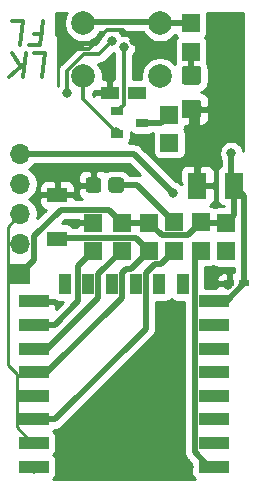
<source format=gbr>
G04 #@! TF.GenerationSoftware,KiCad,Pcbnew,(5.1.9)-1*
G04 #@! TF.CreationDate,2021-03-01T14:14:47+01:00*
G04 #@! TF.ProjectId,button timer v1.2.1_Coin_Cell,62757474-6f6e-4207-9469-6d6572207631,rev?*
G04 #@! TF.SameCoordinates,Original*
G04 #@! TF.FileFunction,Copper,L1,Top*
G04 #@! TF.FilePolarity,Positive*
%FSLAX46Y46*%
G04 Gerber Fmt 4.6, Leading zero omitted, Abs format (unit mm)*
G04 Created by KiCad (PCBNEW (5.1.9)-1) date 2021-03-01 14:14:47*
%MOMM*%
%LPD*%
G01*
G04 APERTURE LIST*
G04 #@! TA.AperFunction,NonConductor*
%ADD10C,0.300000*%
G04 #@! TD*
G04 #@! TA.AperFunction,SMDPad,CuDef*
%ADD11R,2.500000X1.000000*%
G04 #@! TD*
G04 #@! TA.AperFunction,SMDPad,CuDef*
%ADD12R,1.000000X1.800000*%
G04 #@! TD*
G04 #@! TA.AperFunction,SMDPad,CuDef*
%ADD13R,1.000000X0.800000*%
G04 #@! TD*
G04 #@! TA.AperFunction,SMDPad,CuDef*
%ADD14R,1.650000X2.250000*%
G04 #@! TD*
G04 #@! TA.AperFunction,SMDPad,CuDef*
%ADD15R,0.900000X0.620000*%
G04 #@! TD*
G04 #@! TA.AperFunction,SMDPad,CuDef*
%ADD16R,1.500000X1.100000*%
G04 #@! TD*
G04 #@! TA.AperFunction,SMDPad,CuDef*
%ADD17R,1.500000X1.500000*%
G04 #@! TD*
G04 #@! TA.AperFunction,SMDPad,CuDef*
%ADD18R,1.700000X1.300000*%
G04 #@! TD*
G04 #@! TA.AperFunction,ComponentPad*
%ADD19C,2.000000*%
G04 #@! TD*
G04 #@! TA.AperFunction,ComponentPad*
%ADD20O,1.700000X1.700000*%
G04 #@! TD*
G04 #@! TA.AperFunction,ComponentPad*
%ADD21R,1.700000X1.700000*%
G04 #@! TD*
G04 #@! TA.AperFunction,ViaPad*
%ADD22C,0.800000*%
G04 #@! TD*
G04 #@! TA.AperFunction,Conductor*
%ADD23C,0.500000*%
G04 #@! TD*
G04 #@! TA.AperFunction,Conductor*
%ADD24C,0.350000*%
G04 #@! TD*
G04 #@! TA.AperFunction,Conductor*
%ADD25C,0.250000*%
G04 #@! TD*
G04 #@! TA.AperFunction,Conductor*
%ADD26C,0.254000*%
G04 #@! TD*
G04 #@! TA.AperFunction,Conductor*
%ADD27C,0.150000*%
G04 #@! TD*
G04 APERTURE END LIST*
D10*
X118105922Y-58670238D02*
X119058303Y-58670238D01*
X118808303Y-60670238D01*
X117439255Y-58670238D02*
X117189255Y-60670238D01*
X116296398Y-58670238D02*
X117010684Y-59813095D01*
X116046398Y-60670238D02*
X117332113Y-59527380D01*
X118092827Y-57017857D02*
X118759494Y-57017857D01*
X118890446Y-55970238D02*
X118640446Y-57970238D01*
X117688065Y-57970238D01*
X116223779Y-55970238D02*
X117176160Y-55970238D01*
X116926160Y-57970238D01*
D11*
G04 #@! TO.P,X1,22*
G04 #@! TO.N,/TX*
X118130000Y-93670000D03*
G04 #@! TO.P,X1,21*
G04 #@! TO.N,/RX*
X118130000Y-91670000D03*
G04 #@! TO.P,X1,20*
G04 #@! TO.N,/GPIO5*
X118130000Y-89670000D03*
G04 #@! TO.P,X1,19*
G04 #@! TO.N,/GPIO4*
X118130000Y-87670000D03*
G04 #@! TO.P,X1,18*
G04 #@! TO.N,/GPIO0*
X118130000Y-85670000D03*
G04 #@! TO.P,X1,17*
G04 #@! TO.N,/GPIO2*
X118130000Y-83670000D03*
G04 #@! TO.P,X1,16*
G04 #@! TO.N,/GPIO15*
X118130000Y-81670000D03*
G04 #@! TO.P,X1,15*
G04 #@! TO.N,/GND*
X118130000Y-79670000D03*
D12*
G04 #@! TO.P,X1,14*
G04 #@! TO.N,N/C*
X120730000Y-78170000D03*
G04 #@! TO.P,X1,13*
X122730000Y-78170000D03*
G04 #@! TO.P,X1,12*
X124730000Y-78170000D03*
G04 #@! TO.P,X1,11*
X126730000Y-78170000D03*
G04 #@! TO.P,X1,10*
X128730000Y-78170000D03*
G04 #@! TO.P,X1,9*
X130730000Y-78170000D03*
D11*
G04 #@! TO.P,X1,8*
G04 #@! TO.N,/VCC*
X133330000Y-79670000D03*
G04 #@! TO.P,X1,7*
G04 #@! TO.N,N/C*
X133330000Y-81670000D03*
G04 #@! TO.P,X1,6*
X133330000Y-83670000D03*
G04 #@! TO.P,X1,5*
X133330000Y-85670000D03*
G04 #@! TO.P,X1,4*
X133330000Y-87670000D03*
G04 #@! TO.P,X1,3*
G04 #@! TO.N,/EN*
X133330000Y-89670000D03*
G04 #@! TO.P,X1,2*
G04 #@! TO.N,N/C*
X133330000Y-91670000D03*
G04 #@! TO.P,X1,1*
G04 #@! TO.N,/RST*
X133330000Y-93670000D03*
G04 #@! TD*
D13*
G04 #@! TO.P,Q1,3*
G04 #@! TO.N,Net-(L1-Pad1)*
X127260000Y-64530000D03*
G04 #@! TO.P,Q1,2*
G04 #@! TO.N,Net-(BT1-Pad1)*
X125160000Y-65480000D03*
G04 #@! TO.P,Q1,1*
G04 #@! TO.N,Net-(Q1-Pad1)*
X125160000Y-63580000D03*
G04 #@! TD*
G04 #@! TO.P,D1,2*
G04 #@! TO.N,Net-(D1-Pad2)*
G04 #@! TA.AperFunction,SMDPad,CuDef*
G36*
G01*
X132025000Y-61335000D02*
X130875000Y-61335000D01*
G75*
G02*
X130625000Y-61085000I0J250000D01*
G01*
X130625000Y-59985000D01*
G75*
G02*
X130875000Y-59735000I250000J0D01*
G01*
X132025000Y-59735000D01*
G75*
G02*
X132275000Y-59985000I0J-250000D01*
G01*
X132275000Y-61085000D01*
G75*
G02*
X132025000Y-61335000I-250000J0D01*
G01*
G37*
G04 #@! TD.AperFunction*
G04 #@! TO.P,D1,1*
G04 #@! TO.N,/GND*
G04 #@! TA.AperFunction,SMDPad,CuDef*
G36*
G01*
X132025000Y-64185000D02*
X130875000Y-64185000D01*
G75*
G02*
X130625000Y-63935000I0J250000D01*
G01*
X130625000Y-62835000D01*
G75*
G02*
X130875000Y-62585000I250000J0D01*
G01*
X132025000Y-62585000D01*
G75*
G02*
X132275000Y-62835000I0J-250000D01*
G01*
X132275000Y-63935000D01*
G75*
G02*
X132025000Y-64185000I-250000J0D01*
G01*
G37*
G04 #@! TD.AperFunction*
G04 #@! TD*
D14*
G04 #@! TO.P,C6,2*
G04 #@! TO.N,/GND*
X131958080Y-69865240D03*
G04 #@! TO.P,C6,1*
G04 #@! TO.N,/VCC*
X135058080Y-69865240D03*
G04 #@! TD*
G04 #@! TO.P,D2,2*
G04 #@! TO.N,Net-(D2-Pad2)*
G04 #@! TA.AperFunction,SMDPad,CuDef*
G36*
G01*
X124420000Y-70230001D02*
X124420000Y-69429999D01*
G75*
G02*
X124669999Y-69180000I249999J0D01*
G01*
X125495001Y-69180000D01*
G75*
G02*
X125745000Y-69429999I0J-249999D01*
G01*
X125745000Y-70230001D01*
G75*
G02*
X125495001Y-70480000I-249999J0D01*
G01*
X124669999Y-70480000D01*
G75*
G02*
X124420000Y-70230001I0J249999D01*
G01*
G37*
G04 #@! TD.AperFunction*
G04 #@! TO.P,D2,1*
G04 #@! TO.N,/GND*
G04 #@! TA.AperFunction,SMDPad,CuDef*
G36*
G01*
X122495000Y-70230001D02*
X122495000Y-69429999D01*
G75*
G02*
X122744999Y-69180000I249999J0D01*
G01*
X123570001Y-69180000D01*
G75*
G02*
X123820000Y-69429999I0J-249999D01*
G01*
X123820000Y-70230001D01*
G75*
G02*
X123570001Y-70480000I-249999J0D01*
G01*
X122744999Y-70480000D01*
G75*
G02*
X122495000Y-70230001I0J249999D01*
G01*
G37*
G04 #@! TD.AperFunction*
G04 #@! TD*
D15*
G04 #@! TO.P,C7,2*
G04 #@! TO.N,/GND*
X134640560Y-78155800D03*
G04 #@! TO.P,C7,1*
G04 #@! TO.N,/VCC*
X135940560Y-78155800D03*
G04 #@! TD*
D16*
G04 #@! TO.P,C5,2*
G04 #@! TO.N,Net-(BT1-Pad1)*
X126840000Y-62010000D03*
G04 #@! TO.P,C5,1*
G04 #@! TO.N,/GND*
X124540000Y-62010000D03*
G04 #@! TD*
D17*
G04 #@! TO.P,R9,2*
G04 #@! TO.N,/GPIO5*
X130000000Y-75375000D03*
G04 #@! TO.P,R9,1*
G04 #@! TO.N,Net-(D2-Pad2)*
X130000000Y-72975000D03*
G04 #@! TD*
G04 #@! TO.P,R7,2*
G04 #@! TO.N,Net-(L1-Pad1)*
X129590000Y-63850000D03*
G04 #@! TO.P,R7,1*
G04 #@! TO.N,Net-(R7-Pad1)*
X129590000Y-66250000D03*
G04 #@! TD*
G04 #@! TO.P,R6,2*
G04 #@! TO.N,Net-(R6-Pad2)*
X131410000Y-56120000D03*
G04 #@! TO.P,R6,1*
G04 #@! TO.N,Net-(D1-Pad2)*
X131410000Y-58520000D03*
G04 #@! TD*
G04 #@! TO.P,R5,2*
G04 #@! TO.N,/GPIO15*
X123125000Y-75425000D03*
G04 #@! TO.P,R5,1*
G04 #@! TO.N,/GND*
X123125000Y-73025000D03*
G04 #@! TD*
G04 #@! TO.P,R4,2*
G04 #@! TO.N,/GPIO0*
X127850000Y-75400000D03*
G04 #@! TO.P,R4,1*
G04 #@! TO.N,/VCC*
X127850000Y-73000000D03*
G04 #@! TD*
G04 #@! TO.P,R3,2*
G04 #@! TO.N,/RST*
X132257800Y-75368000D03*
G04 #@! TO.P,R3,1*
G04 #@! TO.N,/VCC*
X132257800Y-72968000D03*
G04 #@! TD*
G04 #@! TO.P,R2,2*
G04 #@! TO.N,/GPIO2*
X125550000Y-75400000D03*
G04 #@! TO.P,R2,1*
G04 #@! TO.N,/VCC*
X125550000Y-73000000D03*
G04 #@! TD*
G04 #@! TO.P,R1,2*
G04 #@! TO.N,/EN*
X134416800Y-75418800D03*
G04 #@! TO.P,R1,1*
G04 #@! TO.N,/VCC*
X134416800Y-73018800D03*
G04 #@! TD*
D18*
G04 #@! TO.P,SW2,2*
G04 #@! TO.N,/GND*
X120070000Y-70660000D03*
G04 #@! TO.P,SW2,1*
G04 #@! TO.N,/GPIO0*
X120070000Y-74360000D03*
G04 #@! TD*
D19*
G04 #@! TO.P,SW1,1*
G04 #@! TO.N,Net-(BT1-Pad1)*
X122300000Y-60600000D03*
G04 #@! TO.P,SW1,2*
G04 #@! TO.N,Net-(R6-Pad2)*
X122300000Y-56100000D03*
G04 #@! TO.P,SW1,1*
G04 #@! TO.N,Net-(BT1-Pad1)*
X128800000Y-60600000D03*
G04 #@! TO.P,SW1,2*
G04 #@! TO.N,Net-(R6-Pad2)*
X128800000Y-56100000D03*
G04 #@! TD*
D20*
G04 #@! TO.P,J1,5*
G04 #@! TO.N,/RST*
X116960000Y-67190000D03*
G04 #@! TO.P,J1,4*
G04 #@! TO.N,/TX*
X116960000Y-69730000D03*
G04 #@! TO.P,J1,3*
G04 #@! TO.N,/RX*
X116960000Y-72270000D03*
G04 #@! TO.P,J1,2*
G04 #@! TO.N,/GND*
X116960000Y-74810000D03*
D21*
G04 #@! TO.P,J1,1*
G04 #@! TO.N,/VCC*
X116960000Y-77350000D03*
G04 #@! TD*
D22*
G04 #@! TO.N,/VCC*
X134825000Y-67125000D03*
G04 #@! TO.N,/GND*
X120475000Y-58275000D03*
X124600000Y-62025000D03*
X132000000Y-63425000D03*
X118925000Y-79675000D03*
X117350000Y-79650000D03*
X123150000Y-69925000D03*
X119950000Y-70775000D03*
X123325000Y-73100000D03*
X131230000Y-93670000D03*
X124510000Y-93940000D03*
X125830000Y-94000000D03*
X127100000Y-93950000D03*
X127080000Y-92700000D03*
X125830000Y-92710000D03*
X124530000Y-92730000D03*
X131900080Y-69400000D03*
X134575000Y-78275000D03*
X126600000Y-57660000D03*
G04 #@! TO.N,/RST*
X129875000Y-70500000D03*
X132575000Y-75050000D03*
X133330000Y-93670000D03*
G04 #@! TO.N,/TX*
X118125000Y-93825000D03*
G04 #@! TO.N,/EN*
X134350000Y-75550000D03*
X133437500Y-89737500D03*
G04 #@! TO.N,Net-(BT1-Pad1)*
X125075000Y-65300000D03*
X127040000Y-62010000D03*
G04 #@! TO.N,/GPIO4*
X118075000Y-87700000D03*
X124700000Y-57660000D03*
X120949999Y-62025001D03*
G04 #@! TO.N,Net-(R7-Pad1)*
X129500000Y-66100000D03*
G04 #@! TO.N,Net-(L1-Pad1)*
X129590000Y-63850000D03*
G04 #@! TO.N,Net-(Q1-Pad1)*
X125730189Y-58125202D03*
G04 #@! TD*
D23*
G04 #@! TO.N,/VCC*
X134825000Y-69632160D02*
X135058080Y-69865240D01*
X134825000Y-67125000D02*
X134825000Y-69632160D01*
X135058080Y-72377520D02*
X134416800Y-73018800D01*
X135058080Y-69865240D02*
X135058080Y-72377520D01*
X132308600Y-73018800D02*
X132257800Y-72968000D01*
X134416800Y-73018800D02*
X132308600Y-73018800D01*
X135940560Y-70747720D02*
X135940560Y-78155800D01*
X135058080Y-69865240D02*
X135940560Y-70747720D01*
X134426360Y-79670000D02*
X133330000Y-79670000D01*
X135940560Y-78155800D02*
X134426360Y-79670000D01*
X128925001Y-74075001D02*
X127850000Y-73000000D01*
X131150799Y-74075001D02*
X128925001Y-74075001D01*
X132257800Y-72968000D02*
X131150799Y-74075001D01*
X127850000Y-73000000D02*
X125550000Y-73000000D01*
X124474999Y-71924999D02*
X125550000Y-73000000D01*
X120374999Y-71924999D02*
X124474999Y-71924999D01*
X118160001Y-74139997D02*
X120374999Y-71924999D01*
X118160001Y-76149999D02*
X118160001Y-74139997D01*
X116960000Y-77350000D02*
X118160001Y-76149999D01*
G04 #@! TO.N,/GND*
X131900080Y-63524920D02*
X132000000Y-63425000D01*
X131900080Y-69400000D02*
X131900080Y-63524920D01*
D24*
X120475000Y-58275000D02*
X122775000Y-58275000D01*
X122775000Y-58275000D02*
X124325000Y-56725000D01*
X125665000Y-56725000D02*
X126600000Y-57660000D01*
X124325000Y-56725000D02*
X125665000Y-56725000D01*
D23*
G04 #@! TO.N,/RST*
X132949998Y-93670000D02*
X133330000Y-93670000D01*
X131729999Y-92450001D02*
X132949998Y-93670000D01*
X131729999Y-75895801D02*
X131729999Y-92450001D01*
X132257800Y-75368000D02*
X131729999Y-75895801D01*
X116960000Y-67190000D02*
X126565000Y-67190000D01*
X126565000Y-67190000D02*
X129875000Y-70500000D01*
X129875000Y-70500000D02*
X129875000Y-70500000D01*
X133330000Y-93670000D02*
X133330000Y-93670000D01*
D25*
G04 #@! TO.N,/RX*
X117974998Y-91670000D02*
X118130000Y-91670000D01*
X116654999Y-90350001D02*
X117974998Y-91670000D01*
X116654999Y-85853699D02*
X116654999Y-90350001D01*
X115884999Y-85083699D02*
X116654999Y-85853699D01*
X115884999Y-73345001D02*
X115884999Y-85083699D01*
X116960000Y-72270000D02*
X115884999Y-73345001D01*
D23*
G04 #@! TO.N,/GPIO2*
X125526800Y-75368000D02*
X125526800Y-75673200D01*
X119260002Y-83670000D02*
X118130000Y-83670000D01*
X123580001Y-79350001D02*
X119260002Y-83670000D01*
X123580001Y-77369999D02*
X123580001Y-79350001D01*
X125550000Y-75400000D02*
X123580001Y-77369999D01*
G04 #@! TO.N,/GPIO0*
X119260002Y-85670000D02*
X118130000Y-85670000D01*
X125580001Y-79350001D02*
X119260002Y-85670000D01*
X125580001Y-77289997D02*
X125580001Y-79350001D01*
X125949999Y-76919999D02*
X125580001Y-77289997D01*
X126330001Y-76919999D02*
X125949999Y-76919999D01*
X127850000Y-75400000D02*
X126330001Y-76919999D01*
X120130001Y-74299999D02*
X120070000Y-74360000D01*
X126749999Y-74299999D02*
X120130001Y-74299999D01*
X127850000Y-75400000D02*
X126749999Y-74299999D01*
D24*
G04 #@! TO.N,Net-(BT1-Pad1)*
X122300000Y-62525000D02*
X125075000Y-65300000D01*
X122300000Y-60600000D02*
X122300000Y-62525000D01*
D23*
G04 #@! TO.N,/GPIO15*
X119880000Y-81670000D02*
X118130000Y-81670000D01*
X121879999Y-79670001D02*
X119880000Y-81670000D01*
X121879999Y-76670001D02*
X121879999Y-79670001D01*
X123125000Y-75425000D02*
X121879999Y-76670001D01*
D24*
G04 #@! TO.N,/GPIO4*
X120949999Y-62025001D02*
X120949999Y-60136411D01*
X120949999Y-60136411D02*
X122361399Y-58725011D01*
X122361399Y-58725011D02*
X123634989Y-58725011D01*
X123634989Y-58725011D02*
X124700000Y-57660000D01*
D23*
G04 #@! TO.N,Net-(D2-Pad2)*
X126855000Y-69830000D02*
X125082500Y-69830000D01*
X130000000Y-72975000D02*
X126855000Y-69830000D01*
G04 #@! TO.N,/GPIO5*
X119880000Y-89670000D02*
X118130000Y-89670000D01*
X127580001Y-81969999D02*
X119880000Y-89670000D01*
X128369997Y-76500001D02*
X127580001Y-77289997D01*
X127580001Y-77289997D02*
X127580001Y-81969999D01*
X128874999Y-76500001D02*
X128369997Y-76500001D01*
X130000000Y-75375000D02*
X128874999Y-76500001D01*
G04 #@! TO.N,Net-(D1-Pad2)*
X131410000Y-60495000D02*
X131450000Y-60535000D01*
X131410000Y-58520000D02*
X131410000Y-60495000D01*
G04 #@! TO.N,Net-(R6-Pad2)*
X128910000Y-56120000D02*
X128800000Y-56010000D01*
X131410000Y-56120000D02*
X128910000Y-56120000D01*
X128800000Y-56010000D02*
X122300000Y-56010000D01*
G04 #@! TO.N,Net-(L1-Pad1)*
X128910000Y-64530000D02*
X129590000Y-63850000D01*
X127260000Y-64530000D02*
X128910000Y-64530000D01*
X129590000Y-63850000D02*
X129590000Y-63850000D01*
D24*
G04 #@! TO.N,Net-(Q1-Pad1)*
X125730189Y-63009811D02*
X125730189Y-58690887D01*
X125160000Y-63580000D02*
X125730189Y-63009811D01*
X125730189Y-58690887D02*
X125730189Y-58125202D01*
G04 #@! TD*
D26*
G04 #@! TO.N,/GND*
X129778815Y-79521185D02*
X129875506Y-79600537D01*
X129985820Y-79659502D01*
X130105518Y-79695812D01*
X130230000Y-79708072D01*
X130844999Y-79708072D01*
X130845000Y-92406522D01*
X130840718Y-92450001D01*
X130857804Y-92623491D01*
X130908411Y-92790314D01*
X130990589Y-92944060D01*
X131073467Y-93045047D01*
X131073470Y-93045050D01*
X131101183Y-93078818D01*
X131134950Y-93106530D01*
X131441928Y-93413508D01*
X131441928Y-94170000D01*
X131454188Y-94294482D01*
X131490498Y-94414180D01*
X131549463Y-94524494D01*
X131628815Y-94621185D01*
X131713620Y-94690783D01*
X119759420Y-94680081D01*
X119831185Y-94621185D01*
X119910537Y-94524494D01*
X119969502Y-94414180D01*
X120005812Y-94294482D01*
X120018072Y-94170000D01*
X120018072Y-93170000D01*
X120005812Y-93045518D01*
X119969502Y-92925820D01*
X119910537Y-92815506D01*
X119831185Y-92718815D01*
X119771704Y-92670000D01*
X119831185Y-92621185D01*
X119910537Y-92524494D01*
X119969502Y-92414180D01*
X120005812Y-92294482D01*
X120018072Y-92170000D01*
X120018072Y-91170000D01*
X120005812Y-91045518D01*
X119969502Y-90925820D01*
X119910537Y-90815506D01*
X119831185Y-90718815D01*
X119771704Y-90670000D01*
X119831185Y-90621185D01*
X119882163Y-90559068D01*
X119923469Y-90555000D01*
X119923477Y-90555000D01*
X120053490Y-90542195D01*
X120220313Y-90491589D01*
X120374059Y-90409411D01*
X120508817Y-90298817D01*
X120536534Y-90265044D01*
X128175050Y-82626529D01*
X128208818Y-82598816D01*
X128244778Y-82555000D01*
X128319412Y-82464058D01*
X128348621Y-82409411D01*
X128401590Y-82310312D01*
X128452196Y-82143489D01*
X128465001Y-82013476D01*
X128465001Y-82013468D01*
X128469282Y-81969999D01*
X128465001Y-81926530D01*
X128465001Y-79708072D01*
X129230000Y-79708072D01*
X129354482Y-79695812D01*
X129474180Y-79659502D01*
X129584494Y-79600537D01*
X129681185Y-79521185D01*
X129730000Y-79461704D01*
X129778815Y-79521185D01*
G04 #@! TA.AperFunction,Conductor*
D27*
G36*
X129778815Y-79521185D02*
G01*
X129875506Y-79600537D01*
X129985820Y-79659502D01*
X130105518Y-79695812D01*
X130230000Y-79708072D01*
X130844999Y-79708072D01*
X130845000Y-92406522D01*
X130840718Y-92450001D01*
X130857804Y-92623491D01*
X130908411Y-92790314D01*
X130990589Y-92944060D01*
X131073467Y-93045047D01*
X131073470Y-93045050D01*
X131101183Y-93078818D01*
X131134950Y-93106530D01*
X131441928Y-93413508D01*
X131441928Y-94170000D01*
X131454188Y-94294482D01*
X131490498Y-94414180D01*
X131549463Y-94524494D01*
X131628815Y-94621185D01*
X131713620Y-94690783D01*
X119759420Y-94680081D01*
X119831185Y-94621185D01*
X119910537Y-94524494D01*
X119969502Y-94414180D01*
X120005812Y-94294482D01*
X120018072Y-94170000D01*
X120018072Y-93170000D01*
X120005812Y-93045518D01*
X119969502Y-92925820D01*
X119910537Y-92815506D01*
X119831185Y-92718815D01*
X119771704Y-92670000D01*
X119831185Y-92621185D01*
X119910537Y-92524494D01*
X119969502Y-92414180D01*
X120005812Y-92294482D01*
X120018072Y-92170000D01*
X120018072Y-91170000D01*
X120005812Y-91045518D01*
X119969502Y-90925820D01*
X119910537Y-90815506D01*
X119831185Y-90718815D01*
X119771704Y-90670000D01*
X119831185Y-90621185D01*
X119882163Y-90559068D01*
X119923469Y-90555000D01*
X119923477Y-90555000D01*
X120053490Y-90542195D01*
X120220313Y-90491589D01*
X120374059Y-90409411D01*
X120508817Y-90298817D01*
X120536534Y-90265044D01*
X128175050Y-82626529D01*
X128208818Y-82598816D01*
X128244778Y-82555000D01*
X128319412Y-82464058D01*
X128348621Y-82409411D01*
X128401590Y-82310312D01*
X128452196Y-82143489D01*
X128465001Y-82013476D01*
X128465001Y-82013468D01*
X128469282Y-81969999D01*
X128465001Y-81926530D01*
X128465001Y-79708072D01*
X129230000Y-79708072D01*
X129354482Y-79695812D01*
X129474180Y-79659502D01*
X129584494Y-79600537D01*
X129681185Y-79521185D01*
X129730000Y-79461704D01*
X129778815Y-79521185D01*
G37*
G04 #@! TD.AperFunction*
D26*
X118257000Y-79543000D02*
X119805397Y-79543000D01*
X119875506Y-79600537D01*
X119985820Y-79659502D01*
X120105518Y-79695812D01*
X120230000Y-79708072D01*
X120590349Y-79708072D01*
X120006017Y-80292405D01*
X120018072Y-80170000D01*
X120015000Y-79955750D01*
X119856250Y-79797000D01*
X118257000Y-79797000D01*
X118257000Y-79817000D01*
X118003000Y-79817000D01*
X118003000Y-79797000D01*
X117983000Y-79797000D01*
X117983000Y-79543000D01*
X118003000Y-79543000D01*
X118003000Y-79523000D01*
X118257000Y-79523000D01*
X118257000Y-79543000D01*
G04 #@! TA.AperFunction,Conductor*
D27*
G36*
X118257000Y-79543000D02*
G01*
X119805397Y-79543000D01*
X119875506Y-79600537D01*
X119985820Y-79659502D01*
X120105518Y-79695812D01*
X120230000Y-79708072D01*
X120590349Y-79708072D01*
X120006017Y-80292405D01*
X120018072Y-80170000D01*
X120015000Y-79955750D01*
X119856250Y-79797000D01*
X118257000Y-79797000D01*
X118257000Y-79817000D01*
X118003000Y-79817000D01*
X118003000Y-79797000D01*
X117983000Y-79797000D01*
X117983000Y-79543000D01*
X118003000Y-79543000D01*
X118003000Y-79523000D01*
X118257000Y-79523000D01*
X118257000Y-79543000D01*
G37*
G04 #@! TD.AperFunction*
D26*
X133312306Y-76699337D02*
X133422620Y-76758302D01*
X133542318Y-76794612D01*
X133666800Y-76806872D01*
X135055561Y-76806872D01*
X135055561Y-77208383D01*
X134926310Y-77210800D01*
X134767560Y-77369550D01*
X134767560Y-78028800D01*
X134787560Y-78028800D01*
X134787560Y-78057221D01*
X134541982Y-78302800D01*
X134513560Y-78302800D01*
X134513560Y-78282800D01*
X133714310Y-78282800D01*
X133555560Y-78441550D01*
X133552488Y-78465800D01*
X133559001Y-78531928D01*
X132614999Y-78531928D01*
X132614999Y-77845800D01*
X133552488Y-77845800D01*
X133555560Y-77870050D01*
X133714310Y-78028800D01*
X134513560Y-78028800D01*
X134513560Y-77369550D01*
X134354810Y-77210800D01*
X134190560Y-77207728D01*
X134066078Y-77219988D01*
X133946380Y-77256298D01*
X133836066Y-77315263D01*
X133739375Y-77394615D01*
X133660023Y-77491306D01*
X133601058Y-77601620D01*
X133564748Y-77721318D01*
X133552488Y-77845800D01*
X132614999Y-77845800D01*
X132614999Y-76756072D01*
X133007800Y-76756072D01*
X133132282Y-76743812D01*
X133251980Y-76707502D01*
X133294537Y-76684754D01*
X133312306Y-76699337D01*
G04 #@! TA.AperFunction,Conductor*
D27*
G36*
X133312306Y-76699337D02*
G01*
X133422620Y-76758302D01*
X133542318Y-76794612D01*
X133666800Y-76806872D01*
X135055561Y-76806872D01*
X135055561Y-77208383D01*
X134926310Y-77210800D01*
X134767560Y-77369550D01*
X134767560Y-78028800D01*
X134787560Y-78028800D01*
X134787560Y-78057221D01*
X134541982Y-78302800D01*
X134513560Y-78302800D01*
X134513560Y-78282800D01*
X133714310Y-78282800D01*
X133555560Y-78441550D01*
X133552488Y-78465800D01*
X133559001Y-78531928D01*
X132614999Y-78531928D01*
X132614999Y-77845800D01*
X133552488Y-77845800D01*
X133555560Y-77870050D01*
X133714310Y-78028800D01*
X134513560Y-78028800D01*
X134513560Y-77369550D01*
X134354810Y-77210800D01*
X134190560Y-77207728D01*
X134066078Y-77219988D01*
X133946380Y-77256298D01*
X133836066Y-77315263D01*
X133739375Y-77394615D01*
X133660023Y-77491306D01*
X133601058Y-77601620D01*
X133564748Y-77721318D01*
X133552488Y-77845800D01*
X132614999Y-77845800D01*
X132614999Y-76756072D01*
X133007800Y-76756072D01*
X133132282Y-76743812D01*
X133251980Y-76707502D01*
X133294537Y-76684754D01*
X133312306Y-76699337D01*
G37*
G04 #@! TD.AperFunction*
D26*
X117087000Y-74683000D02*
X117107000Y-74683000D01*
X117107000Y-74937000D01*
X117087000Y-74937000D01*
X117087000Y-74957000D01*
X116833000Y-74957000D01*
X116833000Y-74937000D01*
X116813000Y-74937000D01*
X116813000Y-74683000D01*
X116833000Y-74683000D01*
X116833000Y-74663000D01*
X117087000Y-74663000D01*
X117087000Y-74683000D01*
G04 #@! TA.AperFunction,Conductor*
D27*
G36*
X117087000Y-74683000D02*
G01*
X117107000Y-74683000D01*
X117107000Y-74937000D01*
X117087000Y-74937000D01*
X117087000Y-74957000D01*
X116833000Y-74957000D01*
X116833000Y-74937000D01*
X116813000Y-74937000D01*
X116813000Y-74683000D01*
X116833000Y-74683000D01*
X116833000Y-74663000D01*
X117087000Y-74663000D01*
X117087000Y-74683000D01*
G37*
G04 #@! TD.AperFunction*
D26*
X121898750Y-72898000D02*
X122998000Y-72898000D01*
X122998000Y-72878000D01*
X123252000Y-72878000D01*
X123252000Y-72898000D01*
X123272000Y-72898000D01*
X123272000Y-73152000D01*
X123252000Y-73152000D01*
X123252000Y-73172000D01*
X122998000Y-73172000D01*
X122998000Y-73152000D01*
X121898750Y-73152000D01*
X121740000Y-73310750D01*
X121739310Y-73414999D01*
X121482337Y-73414999D01*
X121450537Y-73355506D01*
X121371185Y-73258815D01*
X121274494Y-73179463D01*
X121164180Y-73120498D01*
X121044482Y-73084188D01*
X120920000Y-73071928D01*
X120479649Y-73071928D01*
X120741578Y-72809999D01*
X121810749Y-72809999D01*
X121898750Y-72898000D01*
G04 #@! TA.AperFunction,Conductor*
D27*
G36*
X121898750Y-72898000D02*
G01*
X122998000Y-72898000D01*
X122998000Y-72878000D01*
X123252000Y-72878000D01*
X123252000Y-72898000D01*
X123272000Y-72898000D01*
X123272000Y-73152000D01*
X123252000Y-73152000D01*
X123252000Y-73172000D01*
X122998000Y-73172000D01*
X122998000Y-73152000D01*
X121898750Y-73152000D01*
X121740000Y-73310750D01*
X121739310Y-73414999D01*
X121482337Y-73414999D01*
X121450537Y-73355506D01*
X121371185Y-73258815D01*
X121274494Y-73179463D01*
X121164180Y-73120498D01*
X121044482Y-73084188D01*
X120920000Y-73071928D01*
X120479649Y-73071928D01*
X120741578Y-72809999D01*
X121810749Y-72809999D01*
X121898750Y-72898000D01*
G37*
G04 #@! TD.AperFunction*
D26*
X127104191Y-68980769D02*
X127028490Y-68957805D01*
X126898477Y-68945000D01*
X126898469Y-68945000D01*
X126855000Y-68940719D01*
X126811531Y-68945000D01*
X126237888Y-68945000D01*
X126233405Y-68936613D01*
X126122962Y-68802038D01*
X125988387Y-68691595D01*
X125834851Y-68609528D01*
X125668255Y-68558992D01*
X125495001Y-68541928D01*
X124669999Y-68541928D01*
X124496745Y-68558992D01*
X124330149Y-68609528D01*
X124206419Y-68675663D01*
X124174494Y-68649463D01*
X124064180Y-68590498D01*
X123944482Y-68554188D01*
X123820000Y-68541928D01*
X123443250Y-68545000D01*
X123284500Y-68703750D01*
X123284500Y-69703000D01*
X123304500Y-69703000D01*
X123304500Y-69957000D01*
X123284500Y-69957000D01*
X123284500Y-69977000D01*
X123030500Y-69977000D01*
X123030500Y-69957000D01*
X122018750Y-69957000D01*
X121860000Y-70115750D01*
X121856928Y-70480000D01*
X121869188Y-70604482D01*
X121905498Y-70724180D01*
X121964463Y-70834494D01*
X122043815Y-70931185D01*
X122140506Y-71010537D01*
X122195625Y-71039999D01*
X121555795Y-71039999D01*
X121555000Y-70945750D01*
X121396250Y-70787000D01*
X120197000Y-70787000D01*
X120197000Y-70807000D01*
X119943000Y-70807000D01*
X119943000Y-70787000D01*
X118743750Y-70787000D01*
X118585000Y-70945750D01*
X118581928Y-71310000D01*
X118594188Y-71434482D01*
X118630498Y-71554180D01*
X118689463Y-71664494D01*
X118768815Y-71761185D01*
X118865506Y-71840537D01*
X118975820Y-71899502D01*
X119095518Y-71935812D01*
X119111075Y-71937344D01*
X118398527Y-72649892D01*
X118445000Y-72416260D01*
X118445000Y-72123740D01*
X118387932Y-71836842D01*
X118275990Y-71566589D01*
X118113475Y-71323368D01*
X117906632Y-71116525D01*
X117732240Y-71000000D01*
X117906632Y-70883475D01*
X118113475Y-70676632D01*
X118275990Y-70433411D01*
X118387932Y-70163158D01*
X118418397Y-70010000D01*
X118581928Y-70010000D01*
X118585000Y-70374250D01*
X118743750Y-70533000D01*
X119943000Y-70533000D01*
X119943000Y-69533750D01*
X120197000Y-69533750D01*
X120197000Y-70533000D01*
X121396250Y-70533000D01*
X121555000Y-70374250D01*
X121558072Y-70010000D01*
X121545812Y-69885518D01*
X121509502Y-69765820D01*
X121450537Y-69655506D01*
X121371185Y-69558815D01*
X121274494Y-69479463D01*
X121164180Y-69420498D01*
X121044482Y-69384188D01*
X120920000Y-69371928D01*
X120355750Y-69375000D01*
X120197000Y-69533750D01*
X119943000Y-69533750D01*
X119784250Y-69375000D01*
X119220000Y-69371928D01*
X119095518Y-69384188D01*
X118975820Y-69420498D01*
X118865506Y-69479463D01*
X118768815Y-69558815D01*
X118689463Y-69655506D01*
X118630498Y-69765820D01*
X118594188Y-69885518D01*
X118581928Y-70010000D01*
X118418397Y-70010000D01*
X118445000Y-69876260D01*
X118445000Y-69583740D01*
X118387932Y-69296842D01*
X118339535Y-69180000D01*
X121856928Y-69180000D01*
X121860000Y-69544250D01*
X122018750Y-69703000D01*
X123030500Y-69703000D01*
X123030500Y-68703750D01*
X122871750Y-68545000D01*
X122495000Y-68541928D01*
X122370518Y-68554188D01*
X122250820Y-68590498D01*
X122140506Y-68649463D01*
X122043815Y-68728815D01*
X121964463Y-68825506D01*
X121905498Y-68935820D01*
X121869188Y-69055518D01*
X121856928Y-69180000D01*
X118339535Y-69180000D01*
X118275990Y-69026589D01*
X118113475Y-68783368D01*
X117906632Y-68576525D01*
X117732240Y-68460000D01*
X117906632Y-68343475D01*
X118113475Y-68136632D01*
X118154656Y-68075000D01*
X126198422Y-68075000D01*
X127104191Y-68980769D01*
G04 #@! TA.AperFunction,Conductor*
D27*
G36*
X127104191Y-68980769D02*
G01*
X127028490Y-68957805D01*
X126898477Y-68945000D01*
X126898469Y-68945000D01*
X126855000Y-68940719D01*
X126811531Y-68945000D01*
X126237888Y-68945000D01*
X126233405Y-68936613D01*
X126122962Y-68802038D01*
X125988387Y-68691595D01*
X125834851Y-68609528D01*
X125668255Y-68558992D01*
X125495001Y-68541928D01*
X124669999Y-68541928D01*
X124496745Y-68558992D01*
X124330149Y-68609528D01*
X124206419Y-68675663D01*
X124174494Y-68649463D01*
X124064180Y-68590498D01*
X123944482Y-68554188D01*
X123820000Y-68541928D01*
X123443250Y-68545000D01*
X123284500Y-68703750D01*
X123284500Y-69703000D01*
X123304500Y-69703000D01*
X123304500Y-69957000D01*
X123284500Y-69957000D01*
X123284500Y-69977000D01*
X123030500Y-69977000D01*
X123030500Y-69957000D01*
X122018750Y-69957000D01*
X121860000Y-70115750D01*
X121856928Y-70480000D01*
X121869188Y-70604482D01*
X121905498Y-70724180D01*
X121964463Y-70834494D01*
X122043815Y-70931185D01*
X122140506Y-71010537D01*
X122195625Y-71039999D01*
X121555795Y-71039999D01*
X121555000Y-70945750D01*
X121396250Y-70787000D01*
X120197000Y-70787000D01*
X120197000Y-70807000D01*
X119943000Y-70807000D01*
X119943000Y-70787000D01*
X118743750Y-70787000D01*
X118585000Y-70945750D01*
X118581928Y-71310000D01*
X118594188Y-71434482D01*
X118630498Y-71554180D01*
X118689463Y-71664494D01*
X118768815Y-71761185D01*
X118865506Y-71840537D01*
X118975820Y-71899502D01*
X119095518Y-71935812D01*
X119111075Y-71937344D01*
X118398527Y-72649892D01*
X118445000Y-72416260D01*
X118445000Y-72123740D01*
X118387932Y-71836842D01*
X118275990Y-71566589D01*
X118113475Y-71323368D01*
X117906632Y-71116525D01*
X117732240Y-71000000D01*
X117906632Y-70883475D01*
X118113475Y-70676632D01*
X118275990Y-70433411D01*
X118387932Y-70163158D01*
X118418397Y-70010000D01*
X118581928Y-70010000D01*
X118585000Y-70374250D01*
X118743750Y-70533000D01*
X119943000Y-70533000D01*
X119943000Y-69533750D01*
X120197000Y-69533750D01*
X120197000Y-70533000D01*
X121396250Y-70533000D01*
X121555000Y-70374250D01*
X121558072Y-70010000D01*
X121545812Y-69885518D01*
X121509502Y-69765820D01*
X121450537Y-69655506D01*
X121371185Y-69558815D01*
X121274494Y-69479463D01*
X121164180Y-69420498D01*
X121044482Y-69384188D01*
X120920000Y-69371928D01*
X120355750Y-69375000D01*
X120197000Y-69533750D01*
X119943000Y-69533750D01*
X119784250Y-69375000D01*
X119220000Y-69371928D01*
X119095518Y-69384188D01*
X118975820Y-69420498D01*
X118865506Y-69479463D01*
X118768815Y-69558815D01*
X118689463Y-69655506D01*
X118630498Y-69765820D01*
X118594188Y-69885518D01*
X118581928Y-70010000D01*
X118418397Y-70010000D01*
X118445000Y-69876260D01*
X118445000Y-69583740D01*
X118387932Y-69296842D01*
X118339535Y-69180000D01*
X121856928Y-69180000D01*
X121860000Y-69544250D01*
X122018750Y-69703000D01*
X123030500Y-69703000D01*
X123030500Y-68703750D01*
X122871750Y-68545000D01*
X122495000Y-68541928D01*
X122370518Y-68554188D01*
X122250820Y-68590498D01*
X122140506Y-68649463D01*
X122043815Y-68728815D01*
X121964463Y-68825506D01*
X121905498Y-68935820D01*
X121869188Y-69055518D01*
X121856928Y-69180000D01*
X118339535Y-69180000D01*
X118275990Y-69026589D01*
X118113475Y-68783368D01*
X117906632Y-68576525D01*
X117732240Y-68460000D01*
X117906632Y-68343475D01*
X118113475Y-68136632D01*
X118154656Y-68075000D01*
X126198422Y-68075000D01*
X127104191Y-68980769D01*
G37*
G04 #@! TD.AperFunction*
D26*
X135840001Y-66922516D02*
X135820226Y-66823102D01*
X135742205Y-66634744D01*
X135628937Y-66465226D01*
X135484774Y-66321063D01*
X135315256Y-66207795D01*
X135126898Y-66129774D01*
X134926939Y-66090000D01*
X134723061Y-66090000D01*
X134523102Y-66129774D01*
X134334744Y-66207795D01*
X134165226Y-66321063D01*
X134021063Y-66465226D01*
X133907795Y-66634744D01*
X133829774Y-66823102D01*
X133790000Y-67023061D01*
X133790000Y-67226939D01*
X133829774Y-67426898D01*
X133907795Y-67615256D01*
X133940000Y-67663455D01*
X133940000Y-68176876D01*
X133878586Y-68209703D01*
X133781895Y-68289055D01*
X133702543Y-68385746D01*
X133643578Y-68496060D01*
X133607268Y-68615758D01*
X133595008Y-68740240D01*
X133595008Y-70990240D01*
X133607268Y-71114722D01*
X133643578Y-71234420D01*
X133702543Y-71344734D01*
X133781895Y-71441425D01*
X133878586Y-71520777D01*
X133988900Y-71579742D01*
X134108598Y-71616052D01*
X134173081Y-71622403D01*
X134173081Y-71630728D01*
X133666800Y-71630728D01*
X133542318Y-71642988D01*
X133422620Y-71679298D01*
X133380063Y-71702046D01*
X133362294Y-71687463D01*
X133251980Y-71628498D01*
X133132282Y-71592188D01*
X133022028Y-71581329D01*
X133027260Y-71579742D01*
X133137574Y-71520777D01*
X133234265Y-71441425D01*
X133313617Y-71344734D01*
X133372582Y-71234420D01*
X133408892Y-71114722D01*
X133421152Y-70990240D01*
X133418080Y-70150990D01*
X133259330Y-69992240D01*
X132085080Y-69992240D01*
X132085080Y-70012240D01*
X131831080Y-70012240D01*
X131831080Y-69992240D01*
X131811080Y-69992240D01*
X131811080Y-69738240D01*
X131831080Y-69738240D01*
X131831080Y-68263990D01*
X132085080Y-68263990D01*
X132085080Y-69738240D01*
X133259330Y-69738240D01*
X133418080Y-69579490D01*
X133421152Y-68740240D01*
X133408892Y-68615758D01*
X133372582Y-68496060D01*
X133313617Y-68385746D01*
X133234265Y-68289055D01*
X133137574Y-68209703D01*
X133027260Y-68150738D01*
X132907562Y-68114428D01*
X132783080Y-68102168D01*
X132243830Y-68105240D01*
X132085080Y-68263990D01*
X131831080Y-68263990D01*
X131672330Y-68105240D01*
X131133080Y-68102168D01*
X131008598Y-68114428D01*
X130888900Y-68150738D01*
X130778586Y-68209703D01*
X130681895Y-68289055D01*
X130602543Y-68385746D01*
X130543578Y-68496060D01*
X130507268Y-68615758D01*
X130495008Y-68740240D01*
X130498080Y-69579490D01*
X130656828Y-69738238D01*
X130576949Y-69738238D01*
X130534774Y-69696063D01*
X130365256Y-69582795D01*
X130176898Y-69504774D01*
X130120044Y-69493465D01*
X127221534Y-66594956D01*
X127193817Y-66561183D01*
X127059059Y-66450589D01*
X126905313Y-66368411D01*
X126738490Y-66317805D01*
X126608477Y-66305000D01*
X126608469Y-66305000D01*
X126565000Y-66300719D01*
X126521531Y-66305000D01*
X126132674Y-66305000D01*
X126190537Y-66234494D01*
X126249502Y-66124180D01*
X126285812Y-66004482D01*
X126298072Y-65880000D01*
X126298072Y-65368095D01*
X126308815Y-65381185D01*
X126405506Y-65460537D01*
X126515820Y-65519502D01*
X126635518Y-65555812D01*
X126760000Y-65568072D01*
X127760000Y-65568072D01*
X127884482Y-65555812D01*
X128004180Y-65519502D01*
X128114494Y-65460537D01*
X128169981Y-65415000D01*
X128210299Y-65415000D01*
X128201928Y-65500000D01*
X128201928Y-67000000D01*
X128214188Y-67124482D01*
X128250498Y-67244180D01*
X128309463Y-67354494D01*
X128388815Y-67451185D01*
X128485506Y-67530537D01*
X128595820Y-67589502D01*
X128715518Y-67625812D01*
X128840000Y-67638072D01*
X130340000Y-67638072D01*
X130464482Y-67625812D01*
X130584180Y-67589502D01*
X130694494Y-67530537D01*
X130791185Y-67451185D01*
X130870537Y-67354494D01*
X130929502Y-67244180D01*
X130965812Y-67124482D01*
X130978072Y-67000000D01*
X130978072Y-65500000D01*
X130965812Y-65375518D01*
X130929502Y-65255820D01*
X130870537Y-65145506D01*
X130792158Y-65050000D01*
X130870537Y-64954494D01*
X130929502Y-64844180D01*
X130936443Y-64821298D01*
X131164250Y-64820000D01*
X131323000Y-64661250D01*
X131323000Y-63512000D01*
X131577000Y-63512000D01*
X131577000Y-64661250D01*
X131735750Y-64820000D01*
X132275000Y-64823072D01*
X132399482Y-64810812D01*
X132519180Y-64774502D01*
X132629494Y-64715537D01*
X132726185Y-64636185D01*
X132805537Y-64539494D01*
X132864502Y-64429180D01*
X132900812Y-64309482D01*
X132913072Y-64185000D01*
X132910000Y-63670750D01*
X132751250Y-63512000D01*
X131577000Y-63512000D01*
X131323000Y-63512000D01*
X131303000Y-63512000D01*
X131303000Y-63258000D01*
X131323000Y-63258000D01*
X131323000Y-63238000D01*
X131577000Y-63238000D01*
X131577000Y-63258000D01*
X132751250Y-63258000D01*
X132910000Y-63099250D01*
X132913072Y-62585000D01*
X132900812Y-62460518D01*
X132864502Y-62340820D01*
X132805537Y-62230506D01*
X132726185Y-62133815D01*
X132629494Y-62054463D01*
X132519180Y-61995498D01*
X132399482Y-61959188D01*
X132275000Y-61946928D01*
X132227291Y-61947200D01*
X132364850Y-61905472D01*
X132518386Y-61823405D01*
X132652962Y-61712962D01*
X132763405Y-61578386D01*
X132845472Y-61424850D01*
X132896008Y-61258254D01*
X132913072Y-61085000D01*
X132913072Y-59985000D01*
X132896008Y-59811746D01*
X132845472Y-59645150D01*
X132763405Y-59491614D01*
X132758252Y-59485335D01*
X132785812Y-59394482D01*
X132798072Y-59270000D01*
X132798072Y-57770000D01*
X132785812Y-57645518D01*
X132749502Y-57525820D01*
X132690537Y-57415506D01*
X132612158Y-57320000D01*
X132690537Y-57224494D01*
X132749502Y-57114180D01*
X132785812Y-56994482D01*
X132798072Y-56870000D01*
X132798072Y-55370000D01*
X132785812Y-55245518D01*
X132781560Y-55231500D01*
X135840000Y-55231500D01*
X135840001Y-66922516D01*
G04 #@! TA.AperFunction,Conductor*
D27*
G36*
X135840001Y-66922516D02*
G01*
X135820226Y-66823102D01*
X135742205Y-66634744D01*
X135628937Y-66465226D01*
X135484774Y-66321063D01*
X135315256Y-66207795D01*
X135126898Y-66129774D01*
X134926939Y-66090000D01*
X134723061Y-66090000D01*
X134523102Y-66129774D01*
X134334744Y-66207795D01*
X134165226Y-66321063D01*
X134021063Y-66465226D01*
X133907795Y-66634744D01*
X133829774Y-66823102D01*
X133790000Y-67023061D01*
X133790000Y-67226939D01*
X133829774Y-67426898D01*
X133907795Y-67615256D01*
X133940000Y-67663455D01*
X133940000Y-68176876D01*
X133878586Y-68209703D01*
X133781895Y-68289055D01*
X133702543Y-68385746D01*
X133643578Y-68496060D01*
X133607268Y-68615758D01*
X133595008Y-68740240D01*
X133595008Y-70990240D01*
X133607268Y-71114722D01*
X133643578Y-71234420D01*
X133702543Y-71344734D01*
X133781895Y-71441425D01*
X133878586Y-71520777D01*
X133988900Y-71579742D01*
X134108598Y-71616052D01*
X134173081Y-71622403D01*
X134173081Y-71630728D01*
X133666800Y-71630728D01*
X133542318Y-71642988D01*
X133422620Y-71679298D01*
X133380063Y-71702046D01*
X133362294Y-71687463D01*
X133251980Y-71628498D01*
X133132282Y-71592188D01*
X133022028Y-71581329D01*
X133027260Y-71579742D01*
X133137574Y-71520777D01*
X133234265Y-71441425D01*
X133313617Y-71344734D01*
X133372582Y-71234420D01*
X133408892Y-71114722D01*
X133421152Y-70990240D01*
X133418080Y-70150990D01*
X133259330Y-69992240D01*
X132085080Y-69992240D01*
X132085080Y-70012240D01*
X131831080Y-70012240D01*
X131831080Y-69992240D01*
X131811080Y-69992240D01*
X131811080Y-69738240D01*
X131831080Y-69738240D01*
X131831080Y-68263990D01*
X132085080Y-68263990D01*
X132085080Y-69738240D01*
X133259330Y-69738240D01*
X133418080Y-69579490D01*
X133421152Y-68740240D01*
X133408892Y-68615758D01*
X133372582Y-68496060D01*
X133313617Y-68385746D01*
X133234265Y-68289055D01*
X133137574Y-68209703D01*
X133027260Y-68150738D01*
X132907562Y-68114428D01*
X132783080Y-68102168D01*
X132243830Y-68105240D01*
X132085080Y-68263990D01*
X131831080Y-68263990D01*
X131672330Y-68105240D01*
X131133080Y-68102168D01*
X131008598Y-68114428D01*
X130888900Y-68150738D01*
X130778586Y-68209703D01*
X130681895Y-68289055D01*
X130602543Y-68385746D01*
X130543578Y-68496060D01*
X130507268Y-68615758D01*
X130495008Y-68740240D01*
X130498080Y-69579490D01*
X130656828Y-69738238D01*
X130576949Y-69738238D01*
X130534774Y-69696063D01*
X130365256Y-69582795D01*
X130176898Y-69504774D01*
X130120044Y-69493465D01*
X127221534Y-66594956D01*
X127193817Y-66561183D01*
X127059059Y-66450589D01*
X126905313Y-66368411D01*
X126738490Y-66317805D01*
X126608477Y-66305000D01*
X126608469Y-66305000D01*
X126565000Y-66300719D01*
X126521531Y-66305000D01*
X126132674Y-66305000D01*
X126190537Y-66234494D01*
X126249502Y-66124180D01*
X126285812Y-66004482D01*
X126298072Y-65880000D01*
X126298072Y-65368095D01*
X126308815Y-65381185D01*
X126405506Y-65460537D01*
X126515820Y-65519502D01*
X126635518Y-65555812D01*
X126760000Y-65568072D01*
X127760000Y-65568072D01*
X127884482Y-65555812D01*
X128004180Y-65519502D01*
X128114494Y-65460537D01*
X128169981Y-65415000D01*
X128210299Y-65415000D01*
X128201928Y-65500000D01*
X128201928Y-67000000D01*
X128214188Y-67124482D01*
X128250498Y-67244180D01*
X128309463Y-67354494D01*
X128388815Y-67451185D01*
X128485506Y-67530537D01*
X128595820Y-67589502D01*
X128715518Y-67625812D01*
X128840000Y-67638072D01*
X130340000Y-67638072D01*
X130464482Y-67625812D01*
X130584180Y-67589502D01*
X130694494Y-67530537D01*
X130791185Y-67451185D01*
X130870537Y-67354494D01*
X130929502Y-67244180D01*
X130965812Y-67124482D01*
X130978072Y-67000000D01*
X130978072Y-65500000D01*
X130965812Y-65375518D01*
X130929502Y-65255820D01*
X130870537Y-65145506D01*
X130792158Y-65050000D01*
X130870537Y-64954494D01*
X130929502Y-64844180D01*
X130936443Y-64821298D01*
X131164250Y-64820000D01*
X131323000Y-64661250D01*
X131323000Y-63512000D01*
X131577000Y-63512000D01*
X131577000Y-64661250D01*
X131735750Y-64820000D01*
X132275000Y-64823072D01*
X132399482Y-64810812D01*
X132519180Y-64774502D01*
X132629494Y-64715537D01*
X132726185Y-64636185D01*
X132805537Y-64539494D01*
X132864502Y-64429180D01*
X132900812Y-64309482D01*
X132913072Y-64185000D01*
X132910000Y-63670750D01*
X132751250Y-63512000D01*
X131577000Y-63512000D01*
X131323000Y-63512000D01*
X131303000Y-63512000D01*
X131303000Y-63258000D01*
X131323000Y-63258000D01*
X131323000Y-63238000D01*
X131577000Y-63238000D01*
X131577000Y-63258000D01*
X132751250Y-63258000D01*
X132910000Y-63099250D01*
X132913072Y-62585000D01*
X132900812Y-62460518D01*
X132864502Y-62340820D01*
X132805537Y-62230506D01*
X132726185Y-62133815D01*
X132629494Y-62054463D01*
X132519180Y-61995498D01*
X132399482Y-61959188D01*
X132275000Y-61946928D01*
X132227291Y-61947200D01*
X132364850Y-61905472D01*
X132518386Y-61823405D01*
X132652962Y-61712962D01*
X132763405Y-61578386D01*
X132845472Y-61424850D01*
X132896008Y-61258254D01*
X132913072Y-61085000D01*
X132913072Y-59985000D01*
X132896008Y-59811746D01*
X132845472Y-59645150D01*
X132763405Y-59491614D01*
X132758252Y-59485335D01*
X132785812Y-59394482D01*
X132798072Y-59270000D01*
X132798072Y-57770000D01*
X132785812Y-57645518D01*
X132749502Y-57525820D01*
X132690537Y-57415506D01*
X132612158Y-57320000D01*
X132690537Y-57224494D01*
X132749502Y-57114180D01*
X132785812Y-56994482D01*
X132798072Y-56870000D01*
X132798072Y-55370000D01*
X132785812Y-55245518D01*
X132781560Y-55231500D01*
X135840000Y-55231500D01*
X135840001Y-66922516D01*
G37*
G04 #@! TD.AperFunction*
D26*
X124920190Y-58775904D02*
X124920190Y-60824375D01*
X124825750Y-60825000D01*
X124667000Y-60983750D01*
X124667000Y-61883000D01*
X124687000Y-61883000D01*
X124687000Y-62137000D01*
X124667000Y-62137000D01*
X124667000Y-62157000D01*
X124413000Y-62157000D01*
X124413000Y-62137000D01*
X123313750Y-62137000D01*
X123185631Y-62265119D01*
X123110000Y-62189488D01*
X123110000Y-62025173D01*
X123322777Y-61883000D01*
X124413000Y-61883000D01*
X124413000Y-60983750D01*
X124254250Y-60825000D01*
X123922713Y-60822806D01*
X123935000Y-60761033D01*
X123935000Y-60438967D01*
X123872168Y-60123088D01*
X123748918Y-59825537D01*
X123569987Y-59557748D01*
X123547250Y-59535011D01*
X123595201Y-59535011D01*
X123634989Y-59538930D01*
X123674777Y-59535011D01*
X123674780Y-59535011D01*
X123793777Y-59523291D01*
X123946462Y-59476974D01*
X124087178Y-59401760D01*
X124210517Y-59300539D01*
X124235888Y-59269624D01*
X124812641Y-58692871D01*
X124858601Y-58683729D01*
X124920190Y-58775904D01*
G04 #@! TA.AperFunction,Conductor*
D27*
G36*
X124920190Y-58775904D02*
G01*
X124920190Y-60824375D01*
X124825750Y-60825000D01*
X124667000Y-60983750D01*
X124667000Y-61883000D01*
X124687000Y-61883000D01*
X124687000Y-62137000D01*
X124667000Y-62137000D01*
X124667000Y-62157000D01*
X124413000Y-62157000D01*
X124413000Y-62137000D01*
X123313750Y-62137000D01*
X123185631Y-62265119D01*
X123110000Y-62189488D01*
X123110000Y-62025173D01*
X123322777Y-61883000D01*
X124413000Y-61883000D01*
X124413000Y-60983750D01*
X124254250Y-60825000D01*
X123922713Y-60822806D01*
X123935000Y-60761033D01*
X123935000Y-60438967D01*
X123872168Y-60123088D01*
X123748918Y-59825537D01*
X123569987Y-59557748D01*
X123547250Y-59535011D01*
X123595201Y-59535011D01*
X123634989Y-59538930D01*
X123674777Y-59535011D01*
X123674780Y-59535011D01*
X123793777Y-59523291D01*
X123946462Y-59476974D01*
X124087178Y-59401760D01*
X124210517Y-59300539D01*
X124235888Y-59269624D01*
X124812641Y-58692871D01*
X124858601Y-58683729D01*
X124920190Y-58775904D01*
G37*
G04 #@! TD.AperFunction*
D26*
X120851082Y-55325537D02*
X120727832Y-55623088D01*
X120665000Y-55938967D01*
X120665000Y-56261033D01*
X120727832Y-56576912D01*
X120851082Y-56874463D01*
X121030013Y-57142252D01*
X121257748Y-57369987D01*
X121525537Y-57548918D01*
X121823088Y-57672168D01*
X122138967Y-57735000D01*
X122461033Y-57735000D01*
X122776912Y-57672168D01*
X123074463Y-57548918D01*
X123342252Y-57369987D01*
X123569987Y-57142252D01*
X123735196Y-56895000D01*
X124001289Y-56895000D01*
X123896063Y-57000226D01*
X123782795Y-57169744D01*
X123704774Y-57358102D01*
X123667129Y-57547359D01*
X123299477Y-57915011D01*
X122401186Y-57915011D01*
X122361398Y-57911092D01*
X122321610Y-57915011D01*
X122321608Y-57915011D01*
X122202611Y-57926731D01*
X122049926Y-57973048D01*
X121984423Y-58008060D01*
X121909209Y-58048262D01*
X121863943Y-58085411D01*
X121785871Y-58149483D01*
X121760506Y-58180391D01*
X120405382Y-59535516D01*
X120374472Y-59560883D01*
X120349107Y-59591791D01*
X120273250Y-59684222D01*
X120210447Y-59801720D01*
X120198037Y-59824938D01*
X120176538Y-59895812D01*
X120151720Y-59977624D01*
X120136080Y-60136411D01*
X120140000Y-60176209D01*
X120139999Y-61374300D01*
X120119524Y-61404944D01*
X120119524Y-57155000D01*
X119951666Y-57155000D01*
X119951666Y-55231500D01*
X120913916Y-55231500D01*
X120851082Y-55325537D01*
G04 #@! TA.AperFunction,Conductor*
D27*
G36*
X120851082Y-55325537D02*
G01*
X120727832Y-55623088D01*
X120665000Y-55938967D01*
X120665000Y-56261033D01*
X120727832Y-56576912D01*
X120851082Y-56874463D01*
X121030013Y-57142252D01*
X121257748Y-57369987D01*
X121525537Y-57548918D01*
X121823088Y-57672168D01*
X122138967Y-57735000D01*
X122461033Y-57735000D01*
X122776912Y-57672168D01*
X123074463Y-57548918D01*
X123342252Y-57369987D01*
X123569987Y-57142252D01*
X123735196Y-56895000D01*
X124001289Y-56895000D01*
X123896063Y-57000226D01*
X123782795Y-57169744D01*
X123704774Y-57358102D01*
X123667129Y-57547359D01*
X123299477Y-57915011D01*
X122401186Y-57915011D01*
X122361398Y-57911092D01*
X122321610Y-57915011D01*
X122321608Y-57915011D01*
X122202611Y-57926731D01*
X122049926Y-57973048D01*
X121984423Y-58008060D01*
X121909209Y-58048262D01*
X121863943Y-58085411D01*
X121785871Y-58149483D01*
X121760506Y-58180391D01*
X120405382Y-59535516D01*
X120374472Y-59560883D01*
X120349107Y-59591791D01*
X120273250Y-59684222D01*
X120210447Y-59801720D01*
X120198037Y-59824938D01*
X120176538Y-59895812D01*
X120151720Y-59977624D01*
X120136080Y-60136411D01*
X120140000Y-60176209D01*
X120139999Y-61374300D01*
X120119524Y-61404944D01*
X120119524Y-57155000D01*
X119951666Y-57155000D01*
X119951666Y-55231500D01*
X120913916Y-55231500D01*
X120851082Y-55325537D01*
G37*
G04 #@! TD.AperFunction*
D26*
X127530013Y-57142252D02*
X127757748Y-57369987D01*
X128025537Y-57548918D01*
X128323088Y-57672168D01*
X128638967Y-57735000D01*
X128961033Y-57735000D01*
X129276912Y-57672168D01*
X129574463Y-57548918D01*
X129842252Y-57369987D01*
X130069987Y-57142252D01*
X130078607Y-57129351D01*
X130129463Y-57224494D01*
X130207842Y-57320000D01*
X130129463Y-57415506D01*
X130070498Y-57525820D01*
X130034188Y-57645518D01*
X130021928Y-57770000D01*
X130021928Y-59270000D01*
X130034188Y-59394482D01*
X130070498Y-59514180D01*
X130097516Y-59564726D01*
X130087353Y-59583738D01*
X130069987Y-59557748D01*
X129842252Y-59330013D01*
X129574463Y-59151082D01*
X129276912Y-59027832D01*
X128961033Y-58965000D01*
X128638967Y-58965000D01*
X128323088Y-59027832D01*
X128025537Y-59151082D01*
X127757748Y-59330013D01*
X127530013Y-59557748D01*
X127351082Y-59825537D01*
X127227832Y-60123088D01*
X127165000Y-60438967D01*
X127165000Y-60761033D01*
X127177113Y-60821928D01*
X126540189Y-60821928D01*
X126540189Y-58775902D01*
X126647394Y-58615458D01*
X126725415Y-58427100D01*
X126765189Y-58227141D01*
X126765189Y-58023263D01*
X126725415Y-57823304D01*
X126647394Y-57634946D01*
X126534126Y-57465428D01*
X126389963Y-57321265D01*
X126220445Y-57207997D01*
X126032087Y-57129976D01*
X125832128Y-57090202D01*
X125628250Y-57090202D01*
X125571588Y-57101473D01*
X125503937Y-57000226D01*
X125398711Y-56895000D01*
X127364804Y-56895000D01*
X127530013Y-57142252D01*
G04 #@! TA.AperFunction,Conductor*
D27*
G36*
X127530013Y-57142252D02*
G01*
X127757748Y-57369987D01*
X128025537Y-57548918D01*
X128323088Y-57672168D01*
X128638967Y-57735000D01*
X128961033Y-57735000D01*
X129276912Y-57672168D01*
X129574463Y-57548918D01*
X129842252Y-57369987D01*
X130069987Y-57142252D01*
X130078607Y-57129351D01*
X130129463Y-57224494D01*
X130207842Y-57320000D01*
X130129463Y-57415506D01*
X130070498Y-57525820D01*
X130034188Y-57645518D01*
X130021928Y-57770000D01*
X130021928Y-59270000D01*
X130034188Y-59394482D01*
X130070498Y-59514180D01*
X130097516Y-59564726D01*
X130087353Y-59583738D01*
X130069987Y-59557748D01*
X129842252Y-59330013D01*
X129574463Y-59151082D01*
X129276912Y-59027832D01*
X128961033Y-58965000D01*
X128638967Y-58965000D01*
X128323088Y-59027832D01*
X128025537Y-59151082D01*
X127757748Y-59330013D01*
X127530013Y-59557748D01*
X127351082Y-59825537D01*
X127227832Y-60123088D01*
X127165000Y-60438967D01*
X127165000Y-60761033D01*
X127177113Y-60821928D01*
X126540189Y-60821928D01*
X126540189Y-58775902D01*
X126647394Y-58615458D01*
X126725415Y-58427100D01*
X126765189Y-58227141D01*
X126765189Y-58023263D01*
X126725415Y-57823304D01*
X126647394Y-57634946D01*
X126534126Y-57465428D01*
X126389963Y-57321265D01*
X126220445Y-57207997D01*
X126032087Y-57129976D01*
X125832128Y-57090202D01*
X125628250Y-57090202D01*
X125571588Y-57101473D01*
X125503937Y-57000226D01*
X125398711Y-56895000D01*
X127364804Y-56895000D01*
X127530013Y-57142252D01*
G37*
G04 #@! TD.AperFunction*
G04 #@! TD*
M02*

</source>
